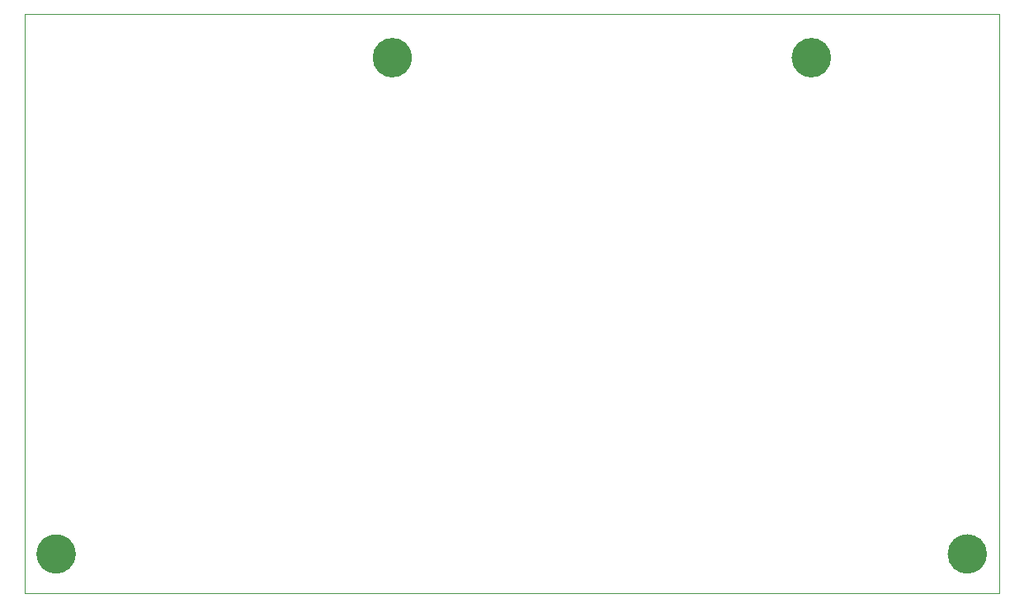
<source format=gbr>
%TF.GenerationSoftware,KiCad,Pcbnew,8.0.4*%
%TF.CreationDate,2024-11-14T23:53:26+02:00*%
%TF.ProjectId,sienikontrolleri,7369656e-696b-46f6-9e74-726f6c6c6572,rev?*%
%TF.SameCoordinates,Original*%
%TF.FileFunction,Profile,NP*%
%FSLAX46Y46*%
G04 Gerber Fmt 4.6, Leading zero omitted, Abs format (unit mm)*
G04 Created by KiCad (PCBNEW 8.0.4) date 2024-11-14 23:53:26*
%MOMM*%
%LPD*%
G01*
G04 APERTURE LIST*
%TA.AperFunction,Profile*%
%ADD10C,2.025000*%
%TD*%
%TA.AperFunction,Profile*%
%ADD11C,0.050000*%
%TD*%
G04 APERTURE END LIST*
D10*
X48512500Y-77000000D02*
G75*
G02*
X46487500Y-77000000I-1012500J0D01*
G01*
X46487500Y-77000000D02*
G75*
G02*
X48512500Y-77000000I1012500J0D01*
G01*
X83012500Y-26000000D02*
G75*
G02*
X80987500Y-26000000I-1012500J0D01*
G01*
X80987500Y-26000000D02*
G75*
G02*
X83012500Y-26000000I1012500J0D01*
G01*
X142012500Y-77000000D02*
G75*
G02*
X139987500Y-77000000I-1012500J0D01*
G01*
X139987500Y-77000000D02*
G75*
G02*
X142012500Y-77000000I1012500J0D01*
G01*
D11*
X44272000Y-21539200D02*
X144272000Y-21539200D01*
X144272000Y-81039200D01*
X44272000Y-81039200D01*
X44272000Y-21539200D01*
D10*
X126012500Y-26000000D02*
G75*
G02*
X123987500Y-26000000I-1012500J0D01*
G01*
X123987500Y-26000000D02*
G75*
G02*
X126012500Y-26000000I1012500J0D01*
G01*
M02*

</source>
